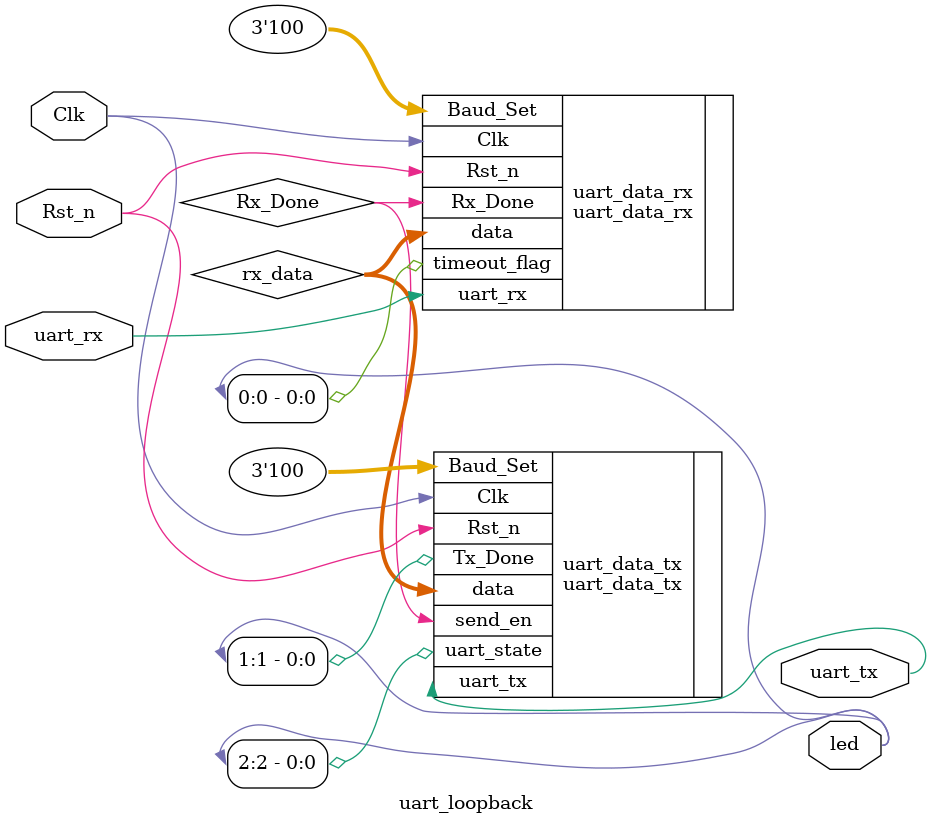
<source format=v>
module uart_loopback(
    Clk,
    Rst_n,
    uart_rx,
    
    led,
    uart_tx
 );
 
    parameter DATA_WIDTH = 32;
	parameter MSB_FIRST = 0;
	
    input Clk;
    input Rst_n;
    input uart_rx;
    
    output [2:0]led;
    output uart_tx;
    
    wire [DATA_WIDTH-1:0]rx_data;
    wire Rx_Done;
    wire [7:0]data_byte;


    uart_data_rx 
    #(
		.DATA_WIDTH(DATA_WIDTH),
		.MSB_FIRST(MSB_FIRST)		
	)
	uart_data_rx(
        .Clk(Clk),
        .Rst_n(Rst_n),
        .uart_rx(uart_rx),
        
        .data(rx_data),
        .Rx_Done(Rx_Done),
        .timeout_flag(led[0]),
        
        .Baud_Set(3'd4)
     );

    uart_data_tx 
    #(
		.DATA_WIDTH(DATA_WIDTH),
		.MSB_FIRST(MSB_FIRST)
	)uart_data_tx(
        .Clk(Clk),
        .Rst_n(Rst_n),
      
        .data(rx_data),
        .send_en(Rx_Done),   
        .Baud_Set(3'd4),  
        
        .uart_tx(uart_tx),  
        .Tx_Done(led[1]),   
        .uart_state(led[2])
    );
    
endmodule

</source>
